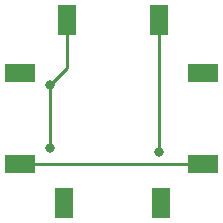
<source format=gbl>
G04 #@! TF.GenerationSoftware,KiCad,Pcbnew,(6.0.2-0)*
G04 #@! TF.CreationDate,2022-08-03T13:24:13+02:00*
G04 #@! TF.ProjectId,optical-amoeba,6f707469-6361-46c2-9d61-6d6f6562612e,rev?*
G04 #@! TF.SameCoordinates,Original*
G04 #@! TF.FileFunction,Copper,L2,Bot*
G04 #@! TF.FilePolarity,Positive*
%FSLAX46Y46*%
G04 Gerber Fmt 4.6, Leading zero omitted, Abs format (unit mm)*
G04 Created by KiCad (PCBNEW (6.0.2-0)) date 2022-08-03 13:24:13*
%MOMM*%
%LPD*%
G01*
G04 APERTURE LIST*
G04 #@! TA.AperFunction,ComponentPad*
%ADD10R,2.500000X1.500000*%
G04 #@! TD*
G04 #@! TA.AperFunction,ComponentPad*
%ADD11R,1.500000X2.500000*%
G04 #@! TD*
G04 #@! TA.AperFunction,ViaPad*
%ADD12C,0.800000*%
G04 #@! TD*
G04 #@! TA.AperFunction,Conductor*
%ADD13C,0.250000*%
G04 #@! TD*
G04 APERTURE END LIST*
D10*
X107750000Y-104450000D03*
X107750000Y-96750000D03*
X92250000Y-104450000D03*
X92250000Y-96750000D03*
D11*
X104150000Y-107750000D03*
X95950000Y-107750000D03*
X104000000Y-92250000D03*
X96250000Y-92250000D03*
D12*
X104000000Y-103400000D03*
X94800000Y-97800000D03*
X94800000Y-103100000D03*
D13*
X104000000Y-92250000D02*
X104000000Y-103400000D01*
X92250000Y-104450000D02*
X107750000Y-104450000D01*
X96250000Y-96350000D02*
X96250000Y-92250000D01*
X94800000Y-97800000D02*
X96250000Y-96350000D01*
X94800000Y-103100000D02*
X94800000Y-97800000D01*
M02*

</source>
